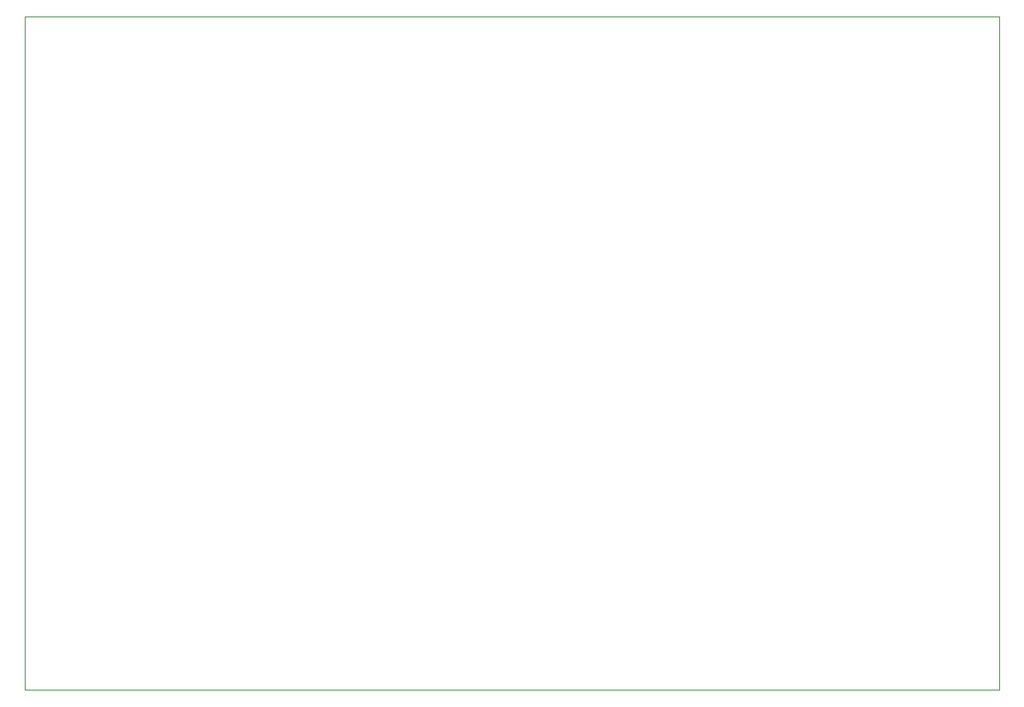
<source format=gbr>
G04*
G04 #@! TF.GenerationSoftware,Altium Limited,Altium Designer,22.4.2 (48)*
G04*
G04 Layer_Color=0*
%FSLAX25Y25*%
%MOIN*%
G70*
G04*
G04 #@! TF.SameCoordinates,CF3C407C-0524-4A2E-8B94-90E9F096BC4F*
G04*
G04*
G04 #@! TF.FilePolarity,Positive*
G04*
G01*
G75*
%ADD74C,0.00100*%
D74*
X0Y0D02*
Y272000D01*
X393500D01*
Y0D01*
X0D01*
M02*

</source>
